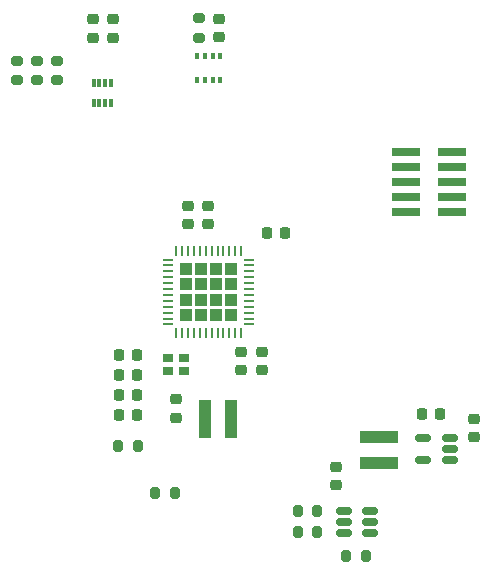
<source format=gbr>
%TF.GenerationSoftware,KiCad,Pcbnew,8.0.7*%
%TF.CreationDate,2025-01-28T02:45:22+13:00*%
%TF.ProjectId,Housens-L,486f7573-656e-4732-9d4c-2e6b69636164,001*%
%TF.SameCoordinates,Original*%
%TF.FileFunction,Paste,Top*%
%TF.FilePolarity,Positive*%
%FSLAX46Y46*%
G04 Gerber Fmt 4.6, Leading zero omitted, Abs format (unit mm)*
G04 Created by KiCad (PCBNEW 8.0.7) date 2025-01-28 02:45:22*
%MOMM*%
%LPD*%
G01*
G04 APERTURE LIST*
G04 Aperture macros list*
%AMRoundRect*
0 Rectangle with rounded corners*
0 $1 Rounding radius*
0 $2 $3 $4 $5 $6 $7 $8 $9 X,Y pos of 4 corners*
0 Add a 4 corners polygon primitive as box body*
4,1,4,$2,$3,$4,$5,$6,$7,$8,$9,$2,$3,0*
0 Add four circle primitives for the rounded corners*
1,1,$1+$1,$2,$3*
1,1,$1+$1,$4,$5*
1,1,$1+$1,$6,$7*
1,1,$1+$1,$8,$9*
0 Add four rect primitives between the rounded corners*
20,1,$1+$1,$2,$3,$4,$5,0*
20,1,$1+$1,$4,$5,$6,$7,0*
20,1,$1+$1,$6,$7,$8,$9,0*
20,1,$1+$1,$8,$9,$2,$3,0*%
G04 Aperture macros list end*
%ADD10RoundRect,0.250000X-0.292217X0.292217X-0.292217X-0.292217X0.292217X-0.292217X0.292217X0.292217X0*%
%ADD11RoundRect,0.062500X-0.062500X0.375000X-0.062500X-0.375000X0.062500X-0.375000X0.062500X0.375000X0*%
%ADD12RoundRect,0.062500X-0.375000X0.062500X-0.375000X-0.062500X0.375000X-0.062500X0.375000X0.062500X0*%
%ADD13RoundRect,0.200000X-0.200000X-0.275000X0.200000X-0.275000X0.200000X0.275000X-0.200000X0.275000X0*%
%ADD14RoundRect,0.200000X-0.275000X0.200000X-0.275000X-0.200000X0.275000X-0.200000X0.275000X0.200000X0*%
%ADD15RoundRect,0.225000X-0.250000X0.225000X-0.250000X-0.225000X0.250000X-0.225000X0.250000X0.225000X0*%
%ADD16RoundRect,0.225000X0.225000X0.250000X-0.225000X0.250000X-0.225000X-0.250000X0.225000X-0.250000X0*%
%ADD17RoundRect,0.225000X0.250000X-0.225000X0.250000X0.225000X-0.250000X0.225000X-0.250000X-0.225000X0*%
%ADD18R,0.300000X0.720000*%
%ADD19R,0.900000X0.800000*%
%ADD20RoundRect,0.200000X0.200000X0.275000X-0.200000X0.275000X-0.200000X-0.275000X0.200000X-0.275000X0*%
%ADD21R,0.350000X0.500000*%
%ADD22RoundRect,0.225000X-0.225000X-0.250000X0.225000X-0.250000X0.225000X0.250000X-0.225000X0.250000X0*%
%ADD23RoundRect,0.150000X0.512500X0.150000X-0.512500X0.150000X-0.512500X-0.150000X0.512500X-0.150000X0*%
%ADD24R,2.400000X0.740000*%
%ADD25RoundRect,0.200000X0.275000X-0.200000X0.275000X0.200000X-0.275000X0.200000X-0.275000X-0.200000X0*%
%ADD26R,3.200000X1.000000*%
%ADD27R,1.000000X3.200000*%
G04 APERTURE END LIST*
D10*
%TO.C,U4*%
X86912500Y-103087500D03*
X85637500Y-103087500D03*
X84362500Y-103087500D03*
X83087500Y-103087500D03*
X86912500Y-104362500D03*
X85637500Y-104362500D03*
X84362500Y-104362500D03*
X83087500Y-104362500D03*
X86912500Y-105637500D03*
X85637500Y-105637500D03*
X84362500Y-105637500D03*
X83087500Y-105637500D03*
X86912500Y-106912500D03*
X85637500Y-106912500D03*
X84362500Y-106912500D03*
X83087500Y-106912500D03*
D11*
X87750000Y-101562500D03*
X87250000Y-101562500D03*
X86750000Y-101562500D03*
X86250000Y-101562500D03*
X85750000Y-101562500D03*
X85250000Y-101562500D03*
X84750000Y-101562500D03*
X84250000Y-101562500D03*
X83750000Y-101562500D03*
X83250000Y-101562500D03*
X82750000Y-101562500D03*
X82250000Y-101562500D03*
D12*
X81562500Y-102250000D03*
X81562500Y-102750000D03*
X81562500Y-103250000D03*
X81562500Y-103750000D03*
X81562500Y-104250000D03*
X81562500Y-104750000D03*
X81562500Y-105250000D03*
X81562500Y-105750000D03*
X81562500Y-106250000D03*
X81562500Y-106750000D03*
X81562500Y-107250000D03*
X81562500Y-107750000D03*
D11*
X82250000Y-108437500D03*
X82750000Y-108437500D03*
X83250000Y-108437500D03*
X83750000Y-108437500D03*
X84250000Y-108437500D03*
X84750000Y-108437500D03*
X85250000Y-108437500D03*
X85750000Y-108437500D03*
X86250000Y-108437500D03*
X86750000Y-108437500D03*
X87250000Y-108437500D03*
X87750000Y-108437500D03*
D12*
X88437500Y-107750000D03*
X88437500Y-107250000D03*
X88437500Y-106750000D03*
X88437500Y-106250000D03*
X88437500Y-105750000D03*
X88437500Y-105250000D03*
X88437500Y-104750000D03*
X88437500Y-104250000D03*
X88437500Y-103750000D03*
X88437500Y-103250000D03*
X88437500Y-102750000D03*
X88437500Y-102250000D03*
%TD*%
D13*
%TO.C,R7*%
X92525000Y-123500000D03*
X94175000Y-123500000D03*
%TD*%
D14*
%TO.C,R2*%
X70500000Y-85400000D03*
X70500000Y-87050000D03*
%TD*%
D15*
%TO.C,C8*%
X89525000Y-110075000D03*
X89525000Y-111625000D03*
%TD*%
D16*
%TO.C,C16*%
X78950000Y-113706250D03*
X77400000Y-113706250D03*
%TD*%
%TO.C,C15*%
X78950000Y-115416250D03*
X77400000Y-115416250D03*
%TD*%
D17*
%TO.C,C1*%
X107500000Y-117275000D03*
X107500000Y-115725000D03*
%TD*%
D18*
%TO.C,U3*%
X76750000Y-87280000D03*
X76250000Y-87280000D03*
X75750000Y-87280000D03*
X75250000Y-87280000D03*
X75250000Y-89000000D03*
X75750000Y-89000000D03*
X76250000Y-89000000D03*
X76750000Y-89000000D03*
%TD*%
D17*
%TO.C,C6*%
X82262500Y-115625000D03*
X82262500Y-114075000D03*
%TD*%
D19*
%TO.C,Y1*%
X82937500Y-110600000D03*
X81537500Y-110600000D03*
X81537500Y-111700000D03*
X82937500Y-111700000D03*
%TD*%
D14*
%TO.C,R3*%
X72200000Y-85400000D03*
X72200000Y-87050000D03*
%TD*%
D17*
%TO.C,C4*%
X76900000Y-83475000D03*
X76900000Y-81925000D03*
%TD*%
D20*
%TO.C,R6*%
X98300000Y-127325000D03*
X96650000Y-127325000D03*
%TD*%
D21*
%TO.C,U2*%
X86000000Y-87050000D03*
X85350000Y-87050000D03*
X84700000Y-87050000D03*
X84050000Y-87050000D03*
X84050000Y-85000000D03*
X84700000Y-85000000D03*
X85350000Y-85000000D03*
X86000000Y-85000000D03*
%TD*%
D17*
%TO.C,C11*%
X83237500Y-99250000D03*
X83237500Y-97700000D03*
%TD*%
D22*
%TO.C,C2*%
X103025000Y-115350000D03*
X104575000Y-115350000D03*
%TD*%
D23*
%TO.C,U1*%
X105400000Y-119250000D03*
X105400000Y-118300000D03*
X105400000Y-117350000D03*
X103125000Y-117350000D03*
X103125000Y-119250000D03*
%TD*%
D16*
%TO.C,C9*%
X91475000Y-100000000D03*
X89925000Y-100000000D03*
%TD*%
D17*
%TO.C,C12*%
X84937500Y-99250000D03*
X84937500Y-97700000D03*
%TD*%
D16*
%TO.C,C10*%
X78950000Y-110293750D03*
X77400000Y-110293750D03*
%TD*%
D24*
%TO.C,J1*%
X105600000Y-98200000D03*
X101700000Y-98200000D03*
X105600000Y-96930000D03*
X101700000Y-96930000D03*
X105600000Y-95660000D03*
X101700000Y-95660000D03*
X105600000Y-94390000D03*
X101700000Y-94390000D03*
X105600000Y-93120000D03*
X101700000Y-93120000D03*
%TD*%
D13*
%TO.C,R5*%
X80475000Y-122000000D03*
X82125000Y-122000000D03*
%TD*%
D17*
%TO.C,C14*%
X95800000Y-121350000D03*
X95800000Y-119800000D03*
%TD*%
D23*
%TO.C,Q1*%
X98700000Y-125425000D03*
X98700000Y-124475000D03*
X98700000Y-123525000D03*
X96425000Y-123525000D03*
X96425000Y-124475000D03*
X96425000Y-125425000D03*
%TD*%
D25*
%TO.C,R4*%
X84190000Y-83490000D03*
X84190000Y-81840000D03*
%TD*%
D15*
%TO.C,C13*%
X87725000Y-110075000D03*
X87725000Y-111625000D03*
%TD*%
D26*
%TO.C,L1*%
X99400000Y-119450000D03*
X99400000Y-117250000D03*
%TD*%
D20*
%TO.C,R9*%
X79000000Y-118000000D03*
X77350000Y-118000000D03*
%TD*%
%TO.C,R8*%
X94175000Y-125350000D03*
X92525000Y-125350000D03*
%TD*%
D16*
%TO.C,C7*%
X78950000Y-111993750D03*
X77400000Y-111993750D03*
%TD*%
D14*
%TO.C,R1*%
X68800000Y-85405000D03*
X68800000Y-87055000D03*
%TD*%
D17*
%TO.C,C5*%
X75175000Y-83475000D03*
X75175000Y-81925000D03*
%TD*%
D27*
%TO.C,L2*%
X84662500Y-115750000D03*
X86862500Y-115750000D03*
%TD*%
D17*
%TO.C,C3*%
X85900000Y-83445000D03*
X85900000Y-81895000D03*
%TD*%
M02*

</source>
